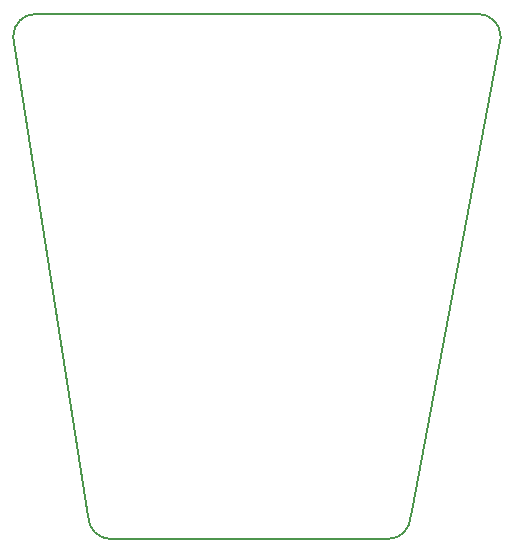
<source format=gm1>
G04 #@! TF.FileFunction,Profile,NP*
%FSLAX46Y46*%
G04 Gerber Fmt 4.6, Leading zero omitted, Abs format (unit mm)*
G04 Created by KiCad (PCBNEW 4.0.1-stable) date 2016 March 22, Tuesday 17:13:29*
%MOMM*%
G01*
G04 APERTURE LIST*
%ADD10C,0.100000*%
%ADD11C,0.150000*%
G04 APERTURE END LIST*
D10*
D11*
X130810000Y-109220000D02*
X154305000Y-109220000D01*
X154305000Y-109220000D02*
G75*
G03X156210000Y-107315000I0J1905000D01*
G01*
X128905000Y-107315000D02*
G75*
G03X130810000Y-109220000I1905000J0D01*
G01*
X124460000Y-64770000D02*
X161925000Y-64770000D01*
X163830000Y-66675000D02*
G75*
G03X161925000Y-64770000I-1905000J0D01*
G01*
X124460000Y-64770000D02*
G75*
G03X122555000Y-66675000I0J-1905000D01*
G01*
X163830000Y-66675000D02*
X156210000Y-107315000D01*
X122555000Y-66675000D02*
X128905000Y-107315000D01*
M02*

</source>
